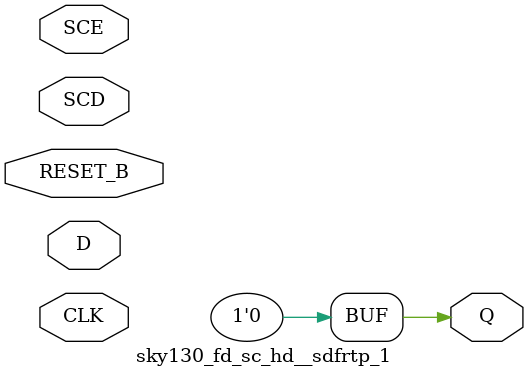
<source format=v>
module sky130_fd_sc_hd__sdfrtp_1(	// file.cleaned.mlir:2:3
  input  CLK,	// file.cleaned.mlir:2:43
         D,	// file.cleaned.mlir:2:57
         RESET_B,	// file.cleaned.mlir:2:69
         SCD,	// file.cleaned.mlir:2:87
         SCE,	// file.cleaned.mlir:2:101
  output Q	// file.cleaned.mlir:2:116
);

  assign Q = 1'h0;	// file.cleaned.mlir:3:14, :4:5
endmodule


</source>
